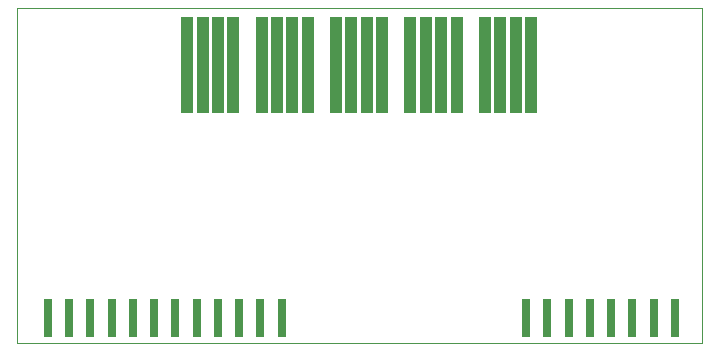
<source format=gbr>
%FSLAX34Y34*%
%MOMM*%
%LNSMDMASK_TOP*%
G71*
G01*
%ADD10C, 0.00*%
%ADD11R, 0.80X3.20*%
%ADD12R, 1.10X8.20*%
%LPD*%
G54D10*
X-580000Y283000D02*
X0Y283000D01*
X0Y0D01*
X-580000Y0D01*
X-580000Y283000D01*
X-554000Y21000D02*
G54D11*
D03*
X-149000Y21000D02*
G54D11*
D03*
X-536000Y21000D02*
G54D11*
D03*
X-518000Y21000D02*
G54D11*
D03*
X-500000Y21000D02*
G54D11*
D03*
X-482000Y21000D02*
G54D11*
D03*
X-464000Y21000D02*
G54D11*
D03*
X-446000Y21000D02*
G54D11*
D03*
X-428000Y21000D02*
G54D11*
D03*
X-410000Y21000D02*
G54D11*
D03*
X-392000Y21000D02*
G54D11*
D03*
X-374000Y21000D02*
G54D11*
D03*
X-356000Y21000D02*
G54D11*
D03*
X-131000Y21000D02*
G54D11*
D03*
X-113000Y21000D02*
G54D11*
D03*
X-95000Y21000D02*
G54D11*
D03*
X-77000Y21000D02*
G54D11*
D03*
X-59000Y21000D02*
G54D11*
D03*
X-41000Y21000D02*
G54D11*
D03*
X-23000Y21000D02*
G54D11*
D03*
X-145000Y235000D02*
G54D12*
D03*
X-158000Y235000D02*
G54D12*
D03*
X-171000Y235000D02*
G54D12*
D03*
X-184000Y235000D02*
G54D12*
D03*
X-208000Y235000D02*
G54D12*
D03*
X-221000Y235000D02*
G54D12*
D03*
X-234000Y235000D02*
G54D12*
D03*
X-247000Y235000D02*
G54D12*
D03*
X-271000Y235000D02*
G54D12*
D03*
X-284000Y235000D02*
G54D12*
D03*
X-297000Y235000D02*
G54D12*
D03*
X-310000Y235000D02*
G54D12*
D03*
X-334000Y235000D02*
G54D12*
D03*
X-347000Y235000D02*
G54D12*
D03*
X-360000Y235000D02*
G54D12*
D03*
X-373000Y235000D02*
G54D12*
D03*
X-397000Y235000D02*
G54D12*
D03*
X-410000Y235000D02*
G54D12*
D03*
X-423000Y235000D02*
G54D12*
D03*
X-436000Y235000D02*
G54D12*
D03*
M02*

</source>
